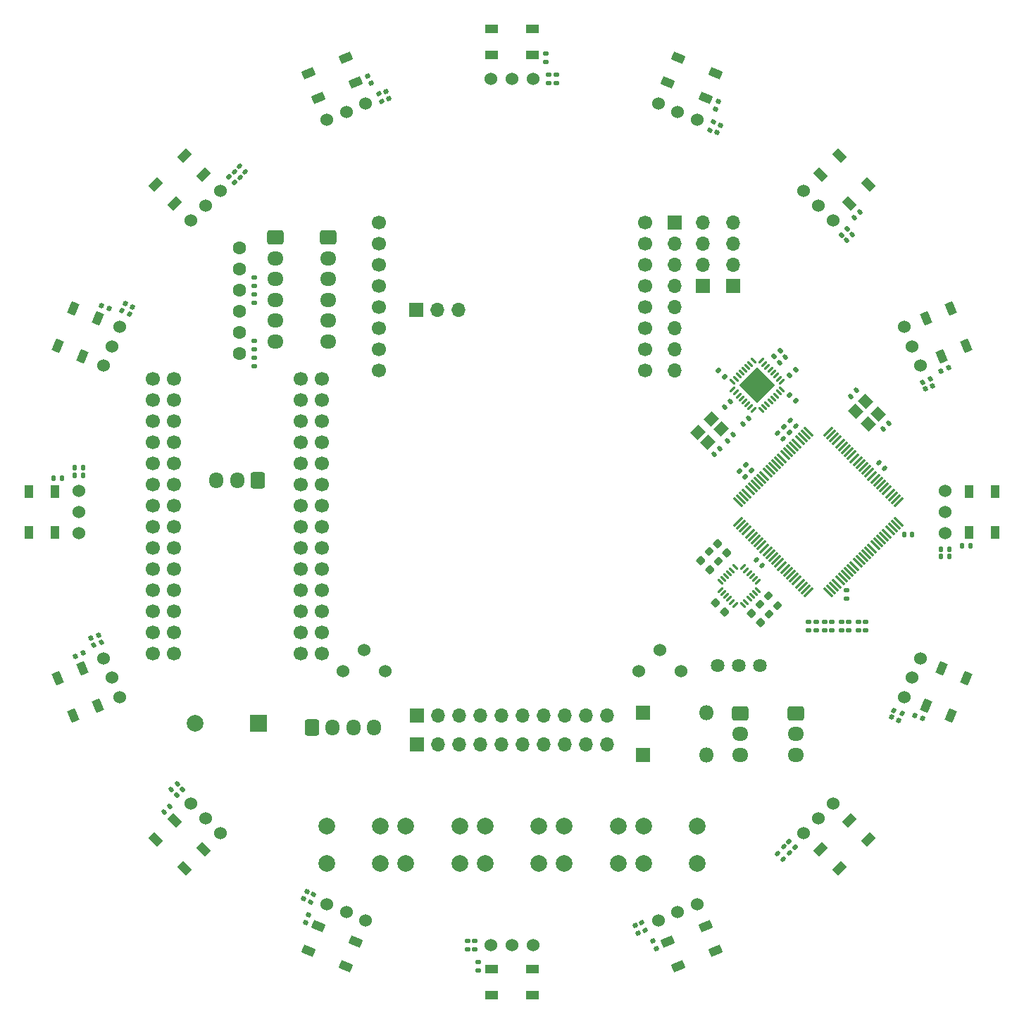
<source format=gbr>
%TF.GenerationSoftware,KiCad,Pcbnew,(6.0.5)*%
%TF.CreationDate,2023-02-26T15:47:36+09:00*%
%TF.ProjectId,mainboard,6d61696e-626f-4617-9264-2e6b69636164,rev?*%
%TF.SameCoordinates,Original*%
%TF.FileFunction,Soldermask,Top*%
%TF.FilePolarity,Negative*%
%FSLAX46Y46*%
G04 Gerber Fmt 4.6, Leading zero omitted, Abs format (unit mm)*
G04 Created by KiCad (PCBNEW (6.0.5)) date 2023-02-26 15:47:36*
%MOMM*%
%LPD*%
G01*
G04 APERTURE LIST*
G04 Aperture macros list*
%AMRoundRect*
0 Rectangle with rounded corners*
0 $1 Rounding radius*
0 $2 $3 $4 $5 $6 $7 $8 $9 X,Y pos of 4 corners*
0 Add a 4 corners polygon primitive as box body*
4,1,4,$2,$3,$4,$5,$6,$7,$8,$9,$2,$3,0*
0 Add four circle primitives for the rounded corners*
1,1,$1+$1,$2,$3*
1,1,$1+$1,$4,$5*
1,1,$1+$1,$6,$7*
1,1,$1+$1,$8,$9*
0 Add four rect primitives between the rounded corners*
20,1,$1+$1,$2,$3,$4,$5,0*
20,1,$1+$1,$4,$5,$6,$7,0*
20,1,$1+$1,$6,$7,$8,$9,0*
20,1,$1+$1,$8,$9,$2,$3,0*%
%AMRotRect*
0 Rectangle, with rotation*
0 The origin of the aperture is its center*
0 $1 length*
0 $2 width*
0 $3 Rotation angle, in degrees counterclockwise*
0 Add horizontal line*
21,1,$1,$2,0,0,$3*%
G04 Aperture macros list end*
%ADD10RoundRect,0.140000X0.170000X-0.140000X0.170000X0.140000X-0.170000X0.140000X-0.170000X-0.140000X0*%
%ADD11RotRect,1.400000X1.200000X45.000000*%
%ADD12RoundRect,0.135000X0.185000X-0.135000X0.185000X0.135000X-0.185000X0.135000X-0.185000X-0.135000X0*%
%ADD13RotRect,1.500000X1.000000X135.000000*%
%ADD14RoundRect,0.075000X0.194454X0.300520X-0.300520X-0.194454X-0.194454X-0.300520X0.300520X0.194454X0*%
%ADD15RoundRect,0.075000X-0.300520X0.194454X0.194454X-0.300520X0.300520X-0.194454X-0.194454X0.300520X0*%
%ADD16RoundRect,0.140000X-0.194399X-0.103484X0.064287X-0.210635X0.194399X0.103484X-0.064287X0.210635X0*%
%ADD17R,1.000000X1.500000*%
%ADD18RoundRect,0.140000X0.021213X-0.219203X0.219203X-0.021213X-0.021213X0.219203X-0.219203X0.021213X0*%
%ADD19RoundRect,0.140000X0.064287X0.210635X-0.194399X0.103484X-0.064287X-0.210635X0.194399X-0.103484X0*%
%ADD20RotRect,1.500000X1.000000X22.500000*%
%ADD21RoundRect,0.140000X-0.140000X-0.170000X0.140000X-0.170000X0.140000X0.170000X-0.140000X0.170000X0*%
%ADD22RoundRect,0.135000X-0.226274X-0.035355X-0.035355X-0.226274X0.226274X0.035355X0.035355X0.226274X0*%
%ADD23RoundRect,0.062500X0.309359X-0.220971X-0.220971X0.309359X-0.309359X0.220971X0.220971X-0.309359X0*%
%ADD24RoundRect,0.062500X0.309359X0.220971X0.220971X0.309359X-0.309359X-0.220971X-0.220971X-0.309359X0*%
%ADD25RotRect,3.100000X3.100000X135.000000*%
%ADD26RoundRect,0.140000X0.140000X0.170000X-0.140000X0.170000X-0.140000X-0.170000X0.140000X-0.170000X0*%
%ADD27C,1.524000*%
%ADD28RoundRect,0.140000X0.219203X0.021213X0.021213X0.219203X-0.219203X-0.021213X-0.021213X-0.219203X0*%
%ADD29RoundRect,0.140000X-0.210635X0.064287X-0.103484X-0.194399X0.210635X-0.064287X0.103484X0.194399X0*%
%ADD30C,2.000000*%
%ADD31RotRect,1.500000X1.000000X315.000000*%
%ADD32RoundRect,0.135000X0.226274X0.035355X0.035355X0.226274X-0.226274X-0.035355X-0.035355X-0.226274X0*%
%ADD33C,1.600000*%
%ADD34RoundRect,0.147500X-0.172500X0.147500X-0.172500X-0.147500X0.172500X-0.147500X0.172500X0.147500X0*%
%ADD35RoundRect,0.135000X0.119255X-0.195520X0.222580X0.053927X-0.119255X0.195520X-0.222580X-0.053927X0*%
%ADD36RotRect,1.500000X1.000000X225.000000*%
%ADD37RoundRect,0.140000X0.103484X-0.194399X0.210635X0.064287X-0.103484X0.194399X-0.210635X-0.064287X0*%
%ADD38RoundRect,0.135000X-0.185000X0.135000X-0.185000X-0.135000X0.185000X-0.135000X0.185000X0.135000X0*%
%ADD39RoundRect,0.140000X-0.021213X0.219203X-0.219203X0.021213X0.021213X-0.219203X0.219203X-0.021213X0*%
%ADD40RoundRect,0.135000X0.195520X0.119255X-0.053927X0.222580X-0.195520X-0.119255X0.053927X-0.222580X0*%
%ADD41RoundRect,0.225000X-0.335876X-0.017678X-0.017678X-0.335876X0.335876X0.017678X0.017678X0.335876X0*%
%ADD42RoundRect,0.135000X0.053927X0.222580X-0.195520X0.119255X-0.053927X-0.222580X0.195520X-0.119255X0*%
%ADD43RoundRect,0.135000X-0.222580X0.053927X-0.119255X-0.195520X0.222580X-0.053927X0.119255X0.195520X0*%
%ADD44RoundRect,0.140000X0.194399X0.103484X-0.064287X0.210635X-0.194399X-0.103484X0.064287X-0.210635X0*%
%ADD45RoundRect,0.135000X-0.195520X-0.119255X0.053927X-0.222580X0.195520X0.119255X-0.053927X0.222580X0*%
%ADD46RotRect,1.500000X1.000000X45.000000*%
%ADD47RotRect,1.400000X1.200000X135.000000*%
%ADD48RotRect,1.500000X1.000000X202.500000*%
%ADD49RoundRect,0.140000X-0.219203X-0.021213X-0.021213X-0.219203X0.219203X0.021213X0.021213X0.219203X0*%
%ADD50RoundRect,0.135000X0.222580X-0.053927X0.119255X0.195520X-0.222580X0.053927X-0.119255X-0.195520X0*%
%ADD51RoundRect,0.075000X0.415425X0.521491X-0.521491X-0.415425X-0.415425X-0.521491X0.521491X0.415425X0*%
%ADD52RoundRect,0.075000X-0.415425X0.521491X-0.521491X0.415425X0.415425X-0.521491X0.521491X-0.415425X0*%
%ADD53RoundRect,0.135000X-0.035355X0.226274X-0.226274X0.035355X0.035355X-0.226274X0.226274X-0.035355X0*%
%ADD54RoundRect,0.225000X0.335876X0.017678X0.017678X0.335876X-0.335876X-0.017678X-0.017678X-0.335876X0*%
%ADD55RoundRect,0.140000X-0.170000X0.140000X-0.170000X-0.140000X0.170000X-0.140000X0.170000X0.140000X0*%
%ADD56R,1.500000X1.000000*%
%ADD57RoundRect,0.135000X0.035355X-0.226274X0.226274X-0.035355X-0.035355X0.226274X-0.226274X0.035355X0*%
%ADD58RotRect,1.500000X1.000000X67.500000*%
%ADD59RoundRect,0.140000X-0.103484X0.194399X-0.210635X-0.064287X0.103484X-0.194399X0.210635X0.064287X0*%
%ADD60RoundRect,0.140000X-0.064287X-0.210635X0.194399X-0.103484X0.064287X0.210635X-0.194399X0.103484X0*%
%ADD61RotRect,1.500000X1.000000X112.500000*%
%ADD62RoundRect,0.200000X-0.335876X-0.053033X-0.053033X-0.335876X0.335876X0.053033X0.053033X0.335876X0*%
%ADD63RotRect,1.500000X1.000000X292.500000*%
%ADD64RotRect,1.500000X1.000000X337.500000*%
%ADD65RoundRect,0.200000X0.335876X0.053033X0.053033X0.335876X-0.335876X-0.053033X-0.053033X-0.335876X0*%
%ADD66RotRect,1.500000X1.000000X157.500000*%
%ADD67RoundRect,0.140000X0.210635X-0.064287X0.103484X0.194399X-0.210635X0.064287X-0.103484X-0.194399X0*%
%ADD68RoundRect,0.135000X-0.053927X-0.222580X0.195520X-0.119255X0.053927X0.222580X-0.195520X0.119255X0*%
%ADD69RoundRect,0.135000X-0.119255X0.195520X-0.222580X-0.053927X0.119255X-0.195520X0.222580X0.053927X0*%
%ADD70RotRect,1.500000X1.000000X247.500000*%
%ADD71RoundRect,0.135000X0.135000X0.185000X-0.135000X0.185000X-0.135000X-0.185000X0.135000X-0.185000X0*%
%ADD72RoundRect,0.135000X-0.135000X-0.185000X0.135000X-0.185000X0.135000X0.185000X-0.135000X0.185000X0*%
%ADD73R,1.700000X1.700000*%
%ADD74O,1.700000X1.700000*%
%ADD75C,1.635000*%
%ADD76RoundRect,0.250000X-0.725000X0.600000X-0.725000X-0.600000X0.725000X-0.600000X0.725000X0.600000X0*%
%ADD77O,1.950000X1.700000*%
%ADD78RoundRect,0.250000X0.600000X0.725000X-0.600000X0.725000X-0.600000X-0.725000X0.600000X-0.725000X0*%
%ADD79O,1.700000X1.950000*%
%ADD80C,1.700000*%
%ADD81RoundRect,0.250000X-0.600000X-0.725000X0.600000X-0.725000X0.600000X0.725000X-0.600000X0.725000X0*%
%ADD82R,1.800000X1.800000*%
%ADD83O,1.800000X1.800000*%
%ADD84R,2.000000X2.000000*%
G04 APERTURE END LIST*
D10*
%TO.C,C21*%
X157734000Y-50010000D03*
X157734000Y-49050000D03*
%TD*%
D11*
%TO.C,Y2*%
X175972223Y-93199858D03*
X177527858Y-91644223D03*
X176325777Y-90442142D03*
X174770142Y-91997777D03*
%TD*%
D12*
%TO.C,R29*%
X121412000Y-82044000D03*
X121412000Y-81024000D03*
%TD*%
D13*
%TO.C,D11*%
X192963181Y-64501642D03*
X195225922Y-62238901D03*
X191761099Y-58774078D03*
X189498358Y-61036819D03*
%TD*%
D14*
%TO.C,U20*%
X181967742Y-109995025D03*
X181614188Y-109641472D03*
X181260635Y-109287918D03*
X180907082Y-108934365D03*
X180553528Y-108580812D03*
X180199975Y-108227258D03*
D15*
X179210025Y-108227258D03*
X178856472Y-108580812D03*
X178502918Y-108934365D03*
X178149365Y-109287918D03*
X177795812Y-109641472D03*
X177442258Y-109995025D03*
D14*
X177442258Y-110984975D03*
X177795812Y-111338528D03*
X178149365Y-111692082D03*
X178502918Y-112045635D03*
X178856472Y-112399188D03*
X179210025Y-112752742D03*
D15*
X180199975Y-112752742D03*
X180553528Y-112399188D03*
X180907082Y-112045635D03*
X181260635Y-111692082D03*
X181614188Y-111338528D03*
X181967742Y-110984975D03*
%TD*%
D16*
%TO.C,C26*%
X198021712Y-126270612D03*
X198908636Y-126637988D03*
%TD*%
D17*
%TO.C,D17*%
X207315000Y-104050000D03*
X210515000Y-104050000D03*
X210515000Y-99150000D03*
X207315000Y-99150000D03*
%TD*%
D18*
%TO.C,C20*%
X180201279Y-91029227D03*
X180880101Y-90350405D03*
%TD*%
D19*
%TO.C,C39*%
X100835175Y-118560008D03*
X99948251Y-118927384D03*
%TD*%
D20*
%TO.C,D12*%
X171151556Y-153272419D03*
X172376143Y-156228834D03*
X176903152Y-154353685D03*
X175678565Y-151397270D03*
%TD*%
D19*
%TO.C,C15*%
X102695821Y-116414665D03*
X101808897Y-116782041D03*
%TD*%
D21*
%TO.C,C25*%
X203990000Y-106934000D03*
X204950000Y-106934000D03*
%TD*%
D22*
%TO.C,R19*%
X185715336Y-141201516D03*
X186436584Y-141922764D03*
%TD*%
D23*
%TO.C,U10*%
X182383816Y-89354690D03*
X182737369Y-89001136D03*
X183090923Y-88647583D03*
X183444476Y-88294029D03*
X183798029Y-87940476D03*
X184151583Y-87586923D03*
X184505136Y-87233369D03*
X184858690Y-86879816D03*
D24*
X184858690Y-85907544D03*
X184505136Y-85553991D03*
X184151583Y-85200437D03*
X183798029Y-84846884D03*
X183444476Y-84493331D03*
X183090923Y-84139777D03*
X182737369Y-83786224D03*
X182383816Y-83432670D03*
D23*
X181411544Y-83432670D03*
X181057991Y-83786224D03*
X180704437Y-84139777D03*
X180350884Y-84493331D03*
X179997331Y-84846884D03*
X179643777Y-85200437D03*
X179290224Y-85553991D03*
X178936670Y-85907544D03*
D24*
X178936670Y-86879816D03*
X179290224Y-87233369D03*
X179643777Y-87586923D03*
X179997331Y-87940476D03*
X180350884Y-88294029D03*
X180704437Y-88647583D03*
X181057991Y-89001136D03*
X181411544Y-89354690D03*
D25*
X181897680Y-86393680D03*
%TD*%
D26*
%TO.C,C16*%
X100810000Y-96266000D03*
X99850000Y-96266000D03*
%TD*%
D27*
%TO.C,R24*%
X132080000Y-120745000D03*
X134620000Y-118205000D03*
X137160000Y-120745000D03*
%TD*%
D28*
%TO.C,C4*%
X186521411Y-91271411D03*
X185842589Y-90592589D03*
%TD*%
D29*
%TO.C,C28*%
X167214665Y-151304179D03*
X167582041Y-152191103D03*
%TD*%
D30*
%TO.C,SW6*%
X146125000Y-139355000D03*
X139625000Y-139355000D03*
X139625000Y-143855000D03*
X146125000Y-143855000D03*
%TD*%
D31*
%TO.C,D7*%
X111836819Y-138698358D03*
X109574078Y-140961099D03*
X113038901Y-144425922D03*
X115301642Y-142163181D03*
%TD*%
D21*
%TO.C,C46*%
X206530000Y-105664000D03*
X207490000Y-105664000D03*
%TD*%
D32*
%TO.C,R11*%
X119084664Y-61998484D03*
X118363416Y-61277236D03*
%TD*%
D33*
%TO.C,Q1*%
X119613000Y-74930000D03*
X119613000Y-72390000D03*
X119613000Y-69850000D03*
%TD*%
D18*
%TO.C,C40*%
X193549372Y-66197992D03*
X194228194Y-65519170D03*
%TD*%
D28*
%TO.C,C48*%
X120354411Y-60664411D03*
X119675589Y-59985589D03*
%TD*%
%TO.C,C18*%
X119692068Y-61348653D03*
X119013246Y-60669831D03*
%TD*%
D12*
%TO.C,R30*%
X192913000Y-115826000D03*
X192913000Y-114806000D03*
%TD*%
D34*
%TO.C,D4*%
X194056000Y-114831000D03*
X194056000Y-115801000D03*
%TD*%
D35*
%TO.C,R14*%
X176237802Y-55665800D03*
X176628140Y-54723442D03*
%TD*%
D22*
%TO.C,R1*%
X180487376Y-95905376D03*
X181208624Y-96626624D03*
%TD*%
D26*
%TO.C,C42*%
X98270000Y-97536000D03*
X97310000Y-97536000D03*
%TD*%
D36*
%TO.C,D19*%
X115301642Y-61036819D03*
X113038901Y-58774078D03*
X109574078Y-62238901D03*
X111836819Y-64501642D03*
%TD*%
D10*
%TO.C,C8*%
X192659000Y-111986000D03*
X192659000Y-111026000D03*
%TD*%
D37*
%TO.C,C22*%
X177070612Y-55978288D03*
X177437988Y-55091364D03*
%TD*%
D38*
%TO.C,R31*%
X121412000Y-75436000D03*
X121412000Y-76456000D03*
%TD*%
D39*
%TO.C,C10*%
X179005711Y-92321632D03*
X178326889Y-93000454D03*
%TD*%
D12*
%TO.C,R13*%
X156845000Y-50040000D03*
X156845000Y-49020000D03*
%TD*%
D40*
%TO.C,R10*%
X106465800Y-77762198D03*
X105523442Y-77371860D03*
%TD*%
D22*
%TO.C,R22*%
X185768066Y-87535192D03*
X186489314Y-88256440D03*
%TD*%
D41*
%TO.C,C31*%
X177124992Y-105369992D03*
X178221008Y-106466008D03*
%TD*%
D18*
%TO.C,C9*%
X176690644Y-94636699D03*
X177369466Y-93957877D03*
%TD*%
D39*
%TO.C,C34*%
X111250628Y-137002008D03*
X110571806Y-137680830D03*
%TD*%
D42*
%TO.C,R8*%
X103063744Y-117224513D03*
X102121386Y-117614851D03*
%TD*%
D43*
%TO.C,R20*%
X168024513Y-150936256D03*
X168414851Y-151878614D03*
%TD*%
D44*
%TO.C,C17*%
X106778288Y-76929388D03*
X105891364Y-76562012D03*
%TD*%
D45*
%TO.C,R18*%
X198334200Y-125437802D03*
X199276558Y-125828140D03*
%TD*%
D46*
%TO.C,D9*%
X189498358Y-142163181D03*
X191761099Y-144425922D03*
X195225922Y-140961099D03*
X192963181Y-138698358D03*
%TD*%
D47*
%TO.C,Y1*%
X196450858Y-89838777D03*
X194895223Y-88283142D03*
X193693142Y-89485223D03*
X195248777Y-91040858D03*
%TD*%
D38*
%TO.C,R5*%
X147955000Y-153160000D03*
X147955000Y-154180000D03*
%TD*%
D41*
%TO.C,C30*%
X176870992Y-112481992D03*
X177967008Y-113578008D03*
%TD*%
D30*
%TO.C,SW2*%
X165175000Y-139355000D03*
X158675000Y-139355000D03*
X165175000Y-143855000D03*
X158675000Y-143855000D03*
%TD*%
D48*
%TO.C,D22*%
X133648444Y-49927581D03*
X132423857Y-46971166D03*
X127896848Y-48846315D03*
X129121435Y-51802730D03*
%TD*%
D49*
%TO.C,C6*%
X196510589Y-95672589D03*
X197189411Y-96351411D03*
%TD*%
D50*
%TO.C,R12*%
X136775487Y-52263744D03*
X136385149Y-51321386D03*
%TD*%
D41*
%TO.C,C36*%
X181188992Y-113751992D03*
X182285008Y-114848008D03*
%TD*%
D51*
%TO.C,U1*%
X198890846Y-100424435D03*
X198537293Y-100070882D03*
X198183740Y-99717328D03*
X197830186Y-99363775D03*
X197476633Y-99010221D03*
X197123079Y-98656668D03*
X196769526Y-98303115D03*
X196415973Y-97949561D03*
X196062419Y-97596008D03*
X195708866Y-97242454D03*
X195355312Y-96888901D03*
X195001759Y-96535348D03*
X194648206Y-96181794D03*
X194294652Y-95828241D03*
X193941099Y-95474688D03*
X193587546Y-95121134D03*
X193233992Y-94767581D03*
X192880439Y-94414027D03*
X192526885Y-94060474D03*
X192173332Y-93706921D03*
X191819779Y-93353367D03*
X191466225Y-92999814D03*
X191112672Y-92646260D03*
X190759118Y-92292707D03*
X190405565Y-91939154D03*
D52*
X188054435Y-91939154D03*
X187700882Y-92292707D03*
X187347328Y-92646260D03*
X186993775Y-92999814D03*
X186640221Y-93353367D03*
X186286668Y-93706921D03*
X185933115Y-94060474D03*
X185579561Y-94414027D03*
X185226008Y-94767581D03*
X184872454Y-95121134D03*
X184518901Y-95474688D03*
X184165348Y-95828241D03*
X183811794Y-96181794D03*
X183458241Y-96535348D03*
X183104688Y-96888901D03*
X182751134Y-97242454D03*
X182397581Y-97596008D03*
X182044027Y-97949561D03*
X181690474Y-98303115D03*
X181336921Y-98656668D03*
X180983367Y-99010221D03*
X180629814Y-99363775D03*
X180276260Y-99717328D03*
X179922707Y-100070882D03*
X179569154Y-100424435D03*
D51*
X179569154Y-102775565D03*
X179922707Y-103129118D03*
X180276260Y-103482672D03*
X180629814Y-103836225D03*
X180983367Y-104189779D03*
X181336921Y-104543332D03*
X181690474Y-104896885D03*
X182044027Y-105250439D03*
X182397581Y-105603992D03*
X182751134Y-105957546D03*
X183104688Y-106311099D03*
X183458241Y-106664652D03*
X183811794Y-107018206D03*
X184165348Y-107371759D03*
X184518901Y-107725312D03*
X184872454Y-108078866D03*
X185226008Y-108432419D03*
X185579561Y-108785973D03*
X185933115Y-109139526D03*
X186286668Y-109493079D03*
X186640221Y-109846633D03*
X186993775Y-110200186D03*
X187347328Y-110553740D03*
X187700882Y-110907293D03*
X188054435Y-111260846D03*
D52*
X190405565Y-111260846D03*
X190759118Y-110907293D03*
X191112672Y-110553740D03*
X191466225Y-110200186D03*
X191819779Y-109846633D03*
X192173332Y-109493079D03*
X192526885Y-109139526D03*
X192880439Y-108785973D03*
X193233992Y-108432419D03*
X193587546Y-108078866D03*
X193941099Y-107725312D03*
X194294652Y-107371759D03*
X194648206Y-107018206D03*
X195001759Y-106664652D03*
X195355312Y-106311099D03*
X195708866Y-105957546D03*
X196062419Y-105603992D03*
X196415973Y-105250439D03*
X196769526Y-104896885D03*
X197123079Y-104543332D03*
X197476633Y-104189779D03*
X197830186Y-103836225D03*
X198183740Y-103482672D03*
X198537293Y-103129118D03*
X198890846Y-102775565D03*
%TD*%
D53*
%TO.C,R7*%
X112798484Y-134915336D03*
X112077236Y-135636584D03*
%TD*%
D34*
%TO.C,D2*%
X189992000Y-114831000D03*
X189992000Y-115801000D03*
%TD*%
D49*
%TO.C,C27*%
X185107932Y-141851347D03*
X185786754Y-142530169D03*
%TD*%
D54*
%TO.C,C35*%
X176189008Y-108498008D03*
X175092992Y-107401992D03*
%TD*%
D37*
%TO.C,C37*%
X176869301Y-53145626D03*
X177236677Y-52258702D03*
%TD*%
D18*
%TO.C,C29*%
X184572589Y-83651411D03*
X185251411Y-82972589D03*
%TD*%
D55*
%TO.C,C44*%
X148336000Y-155730000D03*
X148336000Y-156690000D03*
%TD*%
D56*
%TO.C,D15*%
X149950000Y-156515000D03*
X149950000Y-159715000D03*
X154850000Y-159715000D03*
X154850000Y-156515000D03*
%TD*%
D12*
%TO.C,R28*%
X121412000Y-74424000D03*
X121412000Y-73404000D03*
%TD*%
D57*
%TO.C,R23*%
X185768066Y-85208440D03*
X186489314Y-84487192D03*
%TD*%
D16*
%TO.C,C33*%
X200854374Y-126069301D03*
X201741298Y-126436677D03*
%TD*%
D12*
%TO.C,R33*%
X190881000Y-115826000D03*
X190881000Y-114806000D03*
%TD*%
D44*
%TO.C,C45*%
X103945626Y-77130699D03*
X103058702Y-76763323D03*
%TD*%
D58*
%TO.C,D6*%
X202197270Y-124878565D03*
X205153685Y-126103152D03*
X207028834Y-121576143D03*
X204072419Y-120351556D03*
%TD*%
D22*
%TO.C,R2*%
X179725376Y-96667376D03*
X180446624Y-97388624D03*
%TD*%
D59*
%TO.C,C47*%
X127930699Y-150054374D03*
X127563323Y-150941298D03*
%TD*%
D49*
%TO.C,C5*%
X184318589Y-92116589D03*
X184997411Y-92795411D03*
%TD*%
D60*
%TO.C,C24*%
X202104179Y-86785335D03*
X202991103Y-86417959D03*
%TD*%
D61*
%TO.C,D14*%
X204072419Y-82848444D03*
X207028834Y-81623857D03*
X205153685Y-77096848D03*
X202197270Y-78321435D03*
%TD*%
D21*
%TO.C,C3*%
X199573000Y-104267000D03*
X200533000Y-104267000D03*
%TD*%
D39*
%TO.C,C11*%
X178647411Y-88306589D03*
X177968589Y-88985411D03*
%TD*%
D62*
%TO.C,R25*%
X182169637Y-112700637D03*
X183336363Y-113867363D03*
%TD*%
D63*
%TO.C,D10*%
X100727581Y-120351556D03*
X97771166Y-121576143D03*
X99646315Y-126103152D03*
X102602730Y-124878565D03*
%TD*%
D22*
%TO.C,R4*%
X177238690Y-84593816D03*
X177959938Y-85315064D03*
%TD*%
D64*
%TO.C,D18*%
X129121435Y-151397270D03*
X127896848Y-154353685D03*
X132423857Y-156228834D03*
X133648444Y-153272419D03*
%TD*%
D30*
%TO.C,SW4*%
X168200000Y-139355000D03*
X174700000Y-139355000D03*
X168200000Y-143855000D03*
X174700000Y-143855000D03*
%TD*%
D65*
%TO.C,R26*%
X177240363Y-107517363D03*
X176073637Y-106350637D03*
%TD*%
D57*
%TO.C,R15*%
X192001516Y-68284664D03*
X192722764Y-67563416D03*
%TD*%
D17*
%TO.C,D13*%
X97485000Y-99150000D03*
X94285000Y-99150000D03*
X94285000Y-104050000D03*
X97485000Y-104050000D03*
%TD*%
D27*
%TO.C,R34*%
X167640000Y-120745000D03*
X170180000Y-118205000D03*
X172720000Y-120745000D03*
%TD*%
D34*
%TO.C,D1*%
X192024000Y-114831000D03*
X192024000Y-115801000D03*
%TD*%
D30*
%TO.C,SW5*%
X136600000Y-139355000D03*
X130100000Y-139355000D03*
X136600000Y-143855000D03*
X130100000Y-143855000D03*
%TD*%
D38*
%TO.C,R32*%
X121412000Y-83056000D03*
X121412000Y-84076000D03*
%TD*%
D66*
%TO.C,D8*%
X175678565Y-51802730D03*
X176903152Y-48846315D03*
X172376143Y-46971166D03*
X171151556Y-49927581D03*
%TD*%
D12*
%TO.C,R36*%
X194945000Y-115826000D03*
X194945000Y-114806000D03*
%TD*%
D56*
%TO.C,D5*%
X154850000Y-46685000D03*
X154850000Y-43485000D03*
X149950000Y-43485000D03*
X149950000Y-46685000D03*
%TD*%
D30*
%TO.C,SW1*%
X155650000Y-139355000D03*
X149150000Y-139355000D03*
X149150000Y-143855000D03*
X155650000Y-143855000D03*
%TD*%
D67*
%TO.C,C49*%
X135439992Y-50035175D03*
X135072616Y-49148251D03*
%TD*%
D55*
%TO.C,C12*%
X147066000Y-153190000D03*
X147066000Y-154150000D03*
%TD*%
D32*
%TO.C,R3*%
X185780624Y-92054624D03*
X185059376Y-91333376D03*
%TD*%
D49*
%TO.C,C38*%
X184318589Y-142662589D03*
X184997411Y-143341411D03*
%TD*%
D59*
%TO.C,C13*%
X127729388Y-147221712D03*
X127362012Y-148108636D03*
%TD*%
D39*
%TO.C,C14*%
X112148653Y-134307932D03*
X111469831Y-134986754D03*
%TD*%
D68*
%TO.C,R16*%
X201736256Y-85975487D03*
X202678614Y-85585149D03*
%TD*%
D69*
%TO.C,R6*%
X128562198Y-147534200D03*
X128171860Y-148476558D03*
%TD*%
D10*
%TO.C,C32*%
X156464000Y-47470000D03*
X156464000Y-46510000D03*
%TD*%
D53*
%TO.C,R21*%
X184637624Y-82189376D03*
X183916376Y-82910624D03*
%TD*%
D62*
%TO.C,R27*%
X183185637Y-111684637D03*
X184352363Y-112851363D03*
%TD*%
D18*
%TO.C,C23*%
X192651347Y-68892068D03*
X193330169Y-68213246D03*
%TD*%
D39*
%TO.C,C2*%
X193794965Y-86987722D03*
X193116143Y-87666544D03*
%TD*%
D33*
%TO.C,Q2*%
X119613000Y-82550000D03*
X119613000Y-80010000D03*
X119613000Y-77470000D03*
%TD*%
D70*
%TO.C,D16*%
X102602730Y-78321435D03*
X99646315Y-77096848D03*
X97771166Y-81623857D03*
X100727581Y-82848444D03*
%TD*%
D28*
%TO.C,C7*%
X182457411Y-108035411D03*
X181778589Y-107356589D03*
%TD*%
D12*
%TO.C,R35*%
X188976000Y-115826000D03*
X188976000Y-114806000D03*
%TD*%
D60*
%TO.C,C43*%
X203990693Y-84629277D03*
X204877617Y-84261901D03*
%TD*%
D29*
%TO.C,C41*%
X169360008Y-153164825D03*
X169727384Y-154051749D03*
%TD*%
D67*
%TO.C,C19*%
X137585335Y-51895821D03*
X137217959Y-51008897D03*
%TD*%
D34*
%TO.C,D3*%
X188086000Y-114831000D03*
X188086000Y-115801000D03*
%TD*%
D71*
%TO.C,R9*%
X100840000Y-97155000D03*
X99820000Y-97155000D03*
%TD*%
D39*
%TO.C,C1*%
X197726479Y-90958834D03*
X197047657Y-91637656D03*
%TD*%
D72*
%TO.C,R17*%
X203960000Y-106045000D03*
X204980000Y-106045000D03*
%TD*%
D73*
%TO.C,J6*%
X140975000Y-126075000D03*
D74*
X143515000Y-126075000D03*
X146055000Y-126075000D03*
X148595000Y-126075000D03*
X151135000Y-126075000D03*
X153675000Y-126075000D03*
X156215000Y-126075000D03*
X158755000Y-126075000D03*
X161295000Y-126075000D03*
X163835000Y-126075000D03*
%TD*%
D75*
%TO.C,SW3*%
X182245000Y-120015000D03*
X179705000Y-120015000D03*
X177165000Y-120015000D03*
%TD*%
D27*
%TO.C,U16*%
X201478423Y-119179672D03*
X200506407Y-121526326D03*
X199534391Y-123872980D03*
%TD*%
%TO.C,U8*%
X113784898Y-66577001D03*
X115580950Y-64780950D03*
X117377001Y-62984898D03*
%TD*%
D76*
%TO.C,J11*%
X186546000Y-125770000D03*
D77*
X186546000Y-128270000D03*
X186546000Y-130770000D03*
%TD*%
D27*
%TO.C,U11*%
X149860000Y-49530000D03*
X152400000Y-49530000D03*
X154940000Y-49530000D03*
%TD*%
%TO.C,U17*%
X191015102Y-136622999D03*
X189219050Y-138419050D03*
X187422999Y-140215102D03*
%TD*%
%TO.C,U2*%
X154940000Y-153670000D03*
X152400000Y-153670000D03*
X149860000Y-153670000D03*
%TD*%
D73*
%TO.C,J4*%
X140975000Y-129540000D03*
D74*
X143515000Y-129540000D03*
X146055000Y-129540000D03*
X148595000Y-129540000D03*
X151135000Y-129540000D03*
X153675000Y-129540000D03*
X156215000Y-129540000D03*
X158755000Y-129540000D03*
X161295000Y-129540000D03*
X163835000Y-129540000D03*
%TD*%
D76*
%TO.C,J12*%
X179815000Y-125770000D03*
D77*
X179815000Y-128270000D03*
X179815000Y-130770000D03*
%TD*%
D73*
%TO.C,J8*%
X171958000Y-66802000D03*
D74*
X171958000Y-69342000D03*
X171958000Y-71882000D03*
X171958000Y-74422000D03*
X171958000Y-76962000D03*
X171958000Y-79502000D03*
X171958000Y-82042000D03*
X171958000Y-84582000D03*
%TD*%
D27*
%TO.C,U7*%
X103321577Y-84020328D03*
X104293593Y-81673674D03*
X105265609Y-79327020D03*
%TD*%
D73*
%TO.C,J2*%
X178968000Y-74422000D03*
D74*
X178968000Y-71882000D03*
X178968000Y-69342000D03*
X178968000Y-66802000D03*
%TD*%
D78*
%TO.C,J9*%
X121880000Y-97773000D03*
D79*
X119380000Y-97773000D03*
X116880000Y-97773000D03*
%TD*%
D27*
%TO.C,U5*%
X105265609Y-123872980D03*
X104293593Y-121526326D03*
X103321577Y-119179672D03*
%TD*%
D80*
%TO.C,U21*%
X129540000Y-90630000D03*
X109220000Y-95710000D03*
X127000000Y-85550000D03*
X111760000Y-88090000D03*
X109220000Y-113490000D03*
X109220000Y-93170000D03*
X127000000Y-88090000D03*
X127000000Y-90630000D03*
X127000000Y-93170000D03*
X127000000Y-95710000D03*
X127000000Y-98250000D03*
X127000000Y-100790000D03*
X127000000Y-103330000D03*
X127000000Y-105870000D03*
X127000000Y-108410000D03*
X127000000Y-110950000D03*
X127000000Y-113490000D03*
X127000000Y-116030000D03*
X127000000Y-118570000D03*
X129540000Y-118570000D03*
X109220000Y-116030000D03*
X109220000Y-118570000D03*
X111760000Y-118570000D03*
X111760000Y-116030000D03*
X111760000Y-113490000D03*
X111760000Y-110950000D03*
X111760000Y-108410000D03*
X111760000Y-105870000D03*
X111760000Y-103330000D03*
X111760000Y-100790000D03*
X111760000Y-98250000D03*
X111760000Y-95710000D03*
X111760000Y-93170000D03*
X111760000Y-90630000D03*
X109220000Y-110950000D03*
X129540000Y-95710000D03*
X111760000Y-85550000D03*
X109220000Y-85550000D03*
X109220000Y-108410000D03*
X109220000Y-100790000D03*
X109220000Y-103330000D03*
X109220000Y-98250000D03*
X109220000Y-105870000D03*
X129540000Y-105870000D03*
X129540000Y-116030000D03*
X129540000Y-108410000D03*
X129540000Y-113490000D03*
X129540000Y-110950000D03*
X129540000Y-85550000D03*
X129540000Y-88090000D03*
X129540000Y-93170000D03*
X129540000Y-98250000D03*
X129540000Y-100790000D03*
X129540000Y-103330000D03*
X109220000Y-88090000D03*
X109220000Y-90630000D03*
%TD*%
D27*
%TO.C,U4*%
X117377001Y-140215102D03*
X115580950Y-138419050D03*
X113784898Y-136622999D03*
%TD*%
D80*
%TO.C,U19*%
X136400000Y-66802000D03*
X136400000Y-69342000D03*
X136400000Y-71882000D03*
X136400000Y-74422000D03*
X136400000Y-76962000D03*
X136400000Y-79502000D03*
X136400000Y-82042000D03*
X136400000Y-84582000D03*
X168400000Y-84582000D03*
X168400000Y-82042000D03*
X168400000Y-79502000D03*
X168400000Y-76962000D03*
X168400000Y-74422000D03*
X168400000Y-71882000D03*
X168400000Y-69342000D03*
X168400000Y-66802000D03*
%TD*%
D27*
%TO.C,U15*%
X204470000Y-99060000D03*
X204470000Y-101600000D03*
X204470000Y-104140000D03*
%TD*%
%TO.C,U13*%
X187422999Y-62984898D03*
X189219050Y-64780950D03*
X191015102Y-66577001D03*
%TD*%
%TO.C,U3*%
X134820328Y-150678423D03*
X132473674Y-149706407D03*
X130127020Y-148734391D03*
%TD*%
%TO.C,U18*%
X174672980Y-148734391D03*
X172326326Y-149706407D03*
X169979672Y-150678423D03*
%TD*%
D81*
%TO.C,J10*%
X128330000Y-127525000D03*
D79*
X130830000Y-127525000D03*
X133330000Y-127525000D03*
X135830000Y-127525000D03*
%TD*%
D27*
%TO.C,U14*%
X199534391Y-79327020D03*
X200506407Y-81673674D03*
X201478423Y-84020328D03*
%TD*%
D76*
%TO.C,J5*%
X123935000Y-68580000D03*
D77*
X123935000Y-71080000D03*
X123935000Y-73580000D03*
X123935000Y-76080000D03*
X123935000Y-78580000D03*
X123935000Y-81080000D03*
%TD*%
D82*
%TO.C,D20*%
X168148000Y-125730000D03*
D83*
X175768000Y-125730000D03*
%TD*%
D73*
%TO.C,J7*%
X140858000Y-77318000D03*
D74*
X143398000Y-77318000D03*
X145938000Y-77318000D03*
%TD*%
D82*
%TO.C,D21*%
X168148000Y-130810000D03*
D83*
X175768000Y-130810000D03*
%TD*%
D76*
%TO.C,J3*%
X130285000Y-68580000D03*
D77*
X130285000Y-71080000D03*
X130285000Y-73580000D03*
X130285000Y-76080000D03*
X130285000Y-78580000D03*
X130285000Y-81080000D03*
%TD*%
D84*
%TO.C,BZ1*%
X121910000Y-127000000D03*
D30*
X114310000Y-127000000D03*
%TD*%
D27*
%TO.C,U6*%
X100330000Y-104140000D03*
X100330000Y-101600000D03*
X100330000Y-99060000D03*
%TD*%
%TO.C,U12*%
X169979672Y-52521577D03*
X172326326Y-53493593D03*
X174672980Y-54465609D03*
%TD*%
%TO.C,U9*%
X130127020Y-54465609D03*
X132473674Y-53493593D03*
X134820328Y-52521577D03*
%TD*%
D73*
%TO.C,J1*%
X175387000Y-74422000D03*
D74*
X175387000Y-71882000D03*
X175387000Y-69342000D03*
X175387000Y-66802000D03*
%TD*%
M02*

</source>
